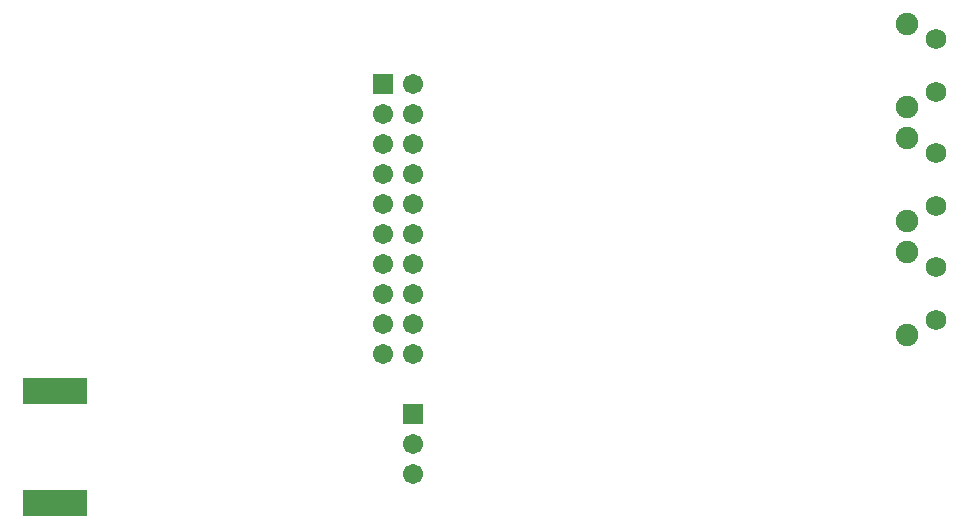
<source format=gbs>
%FSLAX25Y25*%
%MOIN*%
G70*
G01*
G75*
G04 Layer_Color=16711935*
%ADD10C,0.01000*%
%ADD11C,0.01118*%
%ADD12C,0.01118*%
%ADD13R,0.05315X0.01575*%
%ADD14R,0.02559X0.02953*%
%ADD15R,0.20669X0.07874*%
%ADD16R,0.18701X0.02992*%
%ADD17R,0.02756X0.02756*%
%ADD18R,0.02953X0.02559*%
%ADD19R,0.03150X0.03937*%
%ADD20R,0.03543X0.04724*%
%ADD21R,0.07480X0.07480*%
%ADD22R,0.07480X0.06299*%
%ADD23R,0.06299X0.08268*%
%ADD24R,0.05906X0.03347*%
%ADD25R,0.03937X0.07087*%
%ADD26R,0.05709X0.03937*%
%ADD27R,0.02362X0.03150*%
%ADD28R,0.03543X0.09449*%
%ADD29R,0.12992X0.09449*%
%ADD30R,0.02362X0.02362*%
%ADD31R,0.02362X0.02362*%
%ADD32R,0.02362X0.02953*%
%ADD33R,0.01378X0.03347*%
%ADD34O,0.02362X0.07087*%
%ADD35O,0.05512X0.02362*%
%ADD36O,0.07087X0.02362*%
%ADD37O,0.10236X0.02362*%
%ADD38O,0.03347X0.00984*%
%ADD39R,0.06496X0.09370*%
%ADD40R,0.08189X0.08189*%
%ADD41O,0.02559X0.01181*%
%ADD42O,0.01181X0.02559*%
%ADD43R,0.10236X0.03937*%
%ADD44R,0.03937X0.10236*%
%ADD45R,0.03937X0.12992*%
%ADD46R,0.12992X0.03937*%
%ADD47O,0.02165X0.06693*%
%ADD48O,0.06693X0.02165*%
%ADD49C,0.01329*%
%ADD50C,0.02500*%
%ADD51C,0.01500*%
%ADD52C,0.01079*%
%ADD53R,0.36000X0.29000*%
%ADD54R,0.38000X0.29000*%
%ADD55R,0.05906X0.05906*%
%ADD56C,0.05906*%
%ADD57C,0.06000*%
%ADD58C,0.06693*%
%ADD59C,0.02500*%
%ADD60C,0.04000*%
%ADD61C,0.07543*%
G04:AMPARAMS|DCode=62|XSize=95.433mil|YSize=95.433mil|CornerRadius=0mil|HoleSize=0mil|Usage=FLASHONLY|Rotation=0.000|XOffset=0mil|YOffset=0mil|HoleType=Round|Shape=Relief|Width=10mil|Gap=10mil|Entries=4|*
%AMTHD62*
7,0,0,0.09543,0.07543,0.01000,45*
%
%ADD62THD62*%
G04:AMPARAMS|DCode=63|XSize=99.37mil|YSize=99.37mil|CornerRadius=0mil|HoleSize=0mil|Usage=FLASHONLY|Rotation=0.000|XOffset=0mil|YOffset=0mil|HoleType=Round|Shape=Relief|Width=10mil|Gap=10mil|Entries=4|*
%AMTHD63*
7,0,0,0.09937,0.07937,0.01000,45*
%
%ADD63THD63*%
G04:AMPARAMS|DCode=64|XSize=111.181mil|YSize=111.181mil|CornerRadius=0mil|HoleSize=0mil|Usage=FLASHONLY|Rotation=0.000|XOffset=0mil|YOffset=0mil|HoleType=Round|Shape=Relief|Width=10mil|Gap=10mil|Entries=4|*
%AMTHD64*
7,0,0,0.11118,0.09118,0.01000,45*
%
%ADD64THD64*%
%ADD65C,0.07937*%
%ADD66C,0.09118*%
%ADD67C,0.05500*%
%ADD68C,0.00984*%
%ADD69C,0.02362*%
%ADD70C,0.00394*%
%ADD71C,0.00787*%
%ADD72R,0.05709X0.01969*%
%ADD73R,0.03359X0.03753*%
%ADD74R,0.21469X0.08674*%
%ADD75R,0.19501X0.03792*%
%ADD76R,0.03556X0.03556*%
%ADD77R,0.03753X0.03359*%
%ADD78R,0.03950X0.04737*%
%ADD79R,0.04343X0.05524*%
%ADD80R,0.08280X0.08280*%
%ADD81R,0.08280X0.07099*%
%ADD82R,0.07099X0.09068*%
%ADD83R,0.06706X0.04147*%
%ADD84R,0.04737X0.07887*%
%ADD85R,0.06509X0.04737*%
%ADD86R,0.03162X0.03950*%
%ADD87R,0.04343X0.10249*%
%ADD88R,0.13792X0.10249*%
%ADD89R,0.03162X0.03162*%
%ADD90R,0.03162X0.03162*%
%ADD91R,0.03162X0.03753*%
%ADD92R,0.02178X0.04147*%
%ADD93O,0.03162X0.07887*%
%ADD94O,0.06312X0.03162*%
%ADD95O,0.07887X0.03162*%
%ADD96O,0.11036X0.03162*%
%ADD97O,0.03740X0.01378*%
%ADD98R,0.06890X0.09764*%
%ADD99R,0.08989X0.08989*%
%ADD100O,0.03359X0.01981*%
%ADD101O,0.01981X0.03359*%
%ADD102R,0.11036X0.04737*%
%ADD103R,0.04737X0.11036*%
%ADD104R,0.04737X0.13792*%
%ADD105R,0.13792X0.04737*%
%ADD106O,0.02559X0.07087*%
%ADD107O,0.07087X0.02559*%
%ADD108R,0.06706X0.06706*%
%ADD109C,0.06706*%
%ADD110C,0.06800*%
%ADD111C,0.07493*%
D74*
X10884Y77756D02*
D03*
Y40354D02*
D03*
D108*
X120000Y180000D02*
D03*
X130000Y70000D02*
D03*
D109*
X120000Y170000D02*
D03*
X120000Y160000D02*
D03*
X130000D02*
D03*
X130000Y170000D02*
D03*
X130000Y180000D02*
D03*
Y150000D02*
D03*
X130000Y140000D02*
D03*
X130000Y130000D02*
D03*
X120000D02*
D03*
X120000Y140000D02*
D03*
X130000Y120000D02*
D03*
X130000Y110000D02*
D03*
X130000Y100000D02*
D03*
X120000D02*
D03*
X120000Y110000D02*
D03*
X130000Y90000D02*
D03*
X120000D02*
D03*
X120000Y150000D02*
D03*
Y120000D02*
D03*
X130000Y50000D02*
D03*
X130000Y60000D02*
D03*
D110*
X304498Y101552D02*
D03*
X304567Y119252D02*
D03*
X304498Y139552D02*
D03*
X304567Y157252D02*
D03*
X304498Y177552D02*
D03*
X304567Y195252D02*
D03*
D111*
X294812Y124269D02*
D03*
X294742Y96604D02*
D03*
X294812Y162269D02*
D03*
X294742Y134604D02*
D03*
X294812Y200269D02*
D03*
X294742Y172604D02*
D03*
M02*

</source>
